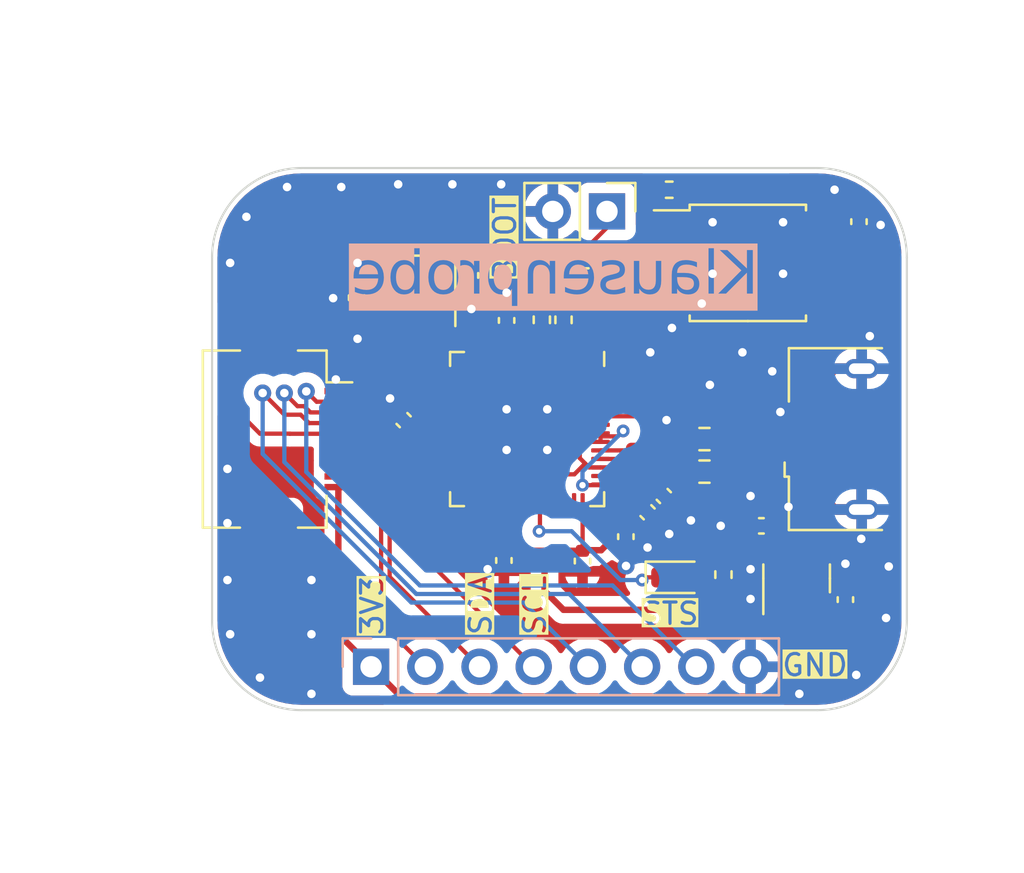
<source format=kicad_pcb>
(kicad_pcb (version 20221018) (generator pcbnew)
  (layers (0 "F.Cu" signal) (31 "B.Cu" signal) (34 "B.Paste" user) (35 "F.Paste" user) (36 "B.SilkS" user "B.Silkscreen") (37 "F.SilkS" user "F.Silkscreen") (38 "B.Mask" user) (39 "F.Mask" user) (44 "Edge.Cuts" user))
  (net 0 "")
  (net 1 "Net-(J1-Pin_2)")
  (net 2 "Net-(J1-Pin_3)")
  (net 3 "Net-(J1-Pin_4)")
  (net 4 "Net-(J1-Pin_7)")
  (net 5 "Net-(J1-Pin_8)")
  (net 6 "Net-(J1-Pin_9)")
  (net 9 "GND")
  (net 10 "Net-(J5-VBUS)")
  (net 11 "+3.3V")
  (net 12 "/SWDIO")
  (net 13 "/SWCLK")
  (net 28 "Net-(U2-XIN)")
  (net 29 "Net-(U2-XOUT)")
  (net 40 "/STS")
  (net 45 "Net-(U2-QSPI_SD3)")
  (net 46 "/QCLK")
  (net 47 "Net-(U2-QSPI_SD0)")
  (net 48 "Net-(U2-QSPI_SD2)")
  (net 49 "Net-(U2-QSPI_SD1)")
  (net 50 "Net-(U2-QSPI_SS)")
  (net 51 "/USB-")
  (net 52 "/USB+")
  (net 55 "+1V1")
  (net 56 "Net-(J2-Pin_1)")
  (net 57 "/USB_N")
  (net 58 "/USB_P")
  (net 59 "Net-(U2-GPIO2)")
  (net 60 "Net-(U2-GPIO3)")
  (net 63 "Net-(D1-A)")
  (footprint "Resistor_SMD:R_0402_1005Metric" (layer "F.Cu") (at 147.828 97.028 180)
    (fp_text reference "R3" hide)
    (fp_text value "1k")
  )
  (footprint "Connector_PinHeader_2.54mm:PinHeader_1x02_P2.54mm_Vertical" (layer "F.Cu") (at 148.849 94.742 -90)
    (fp_text reference "J2" hide)
    (fp_text value "USB_BOOT")
  )
  (footprint "LED_SMD:LED_0603_1608Metric" (layer "F.Cu") (at 152.146 111.887)
    (fp_text reference "D1" hide)
    (fp_text value "LED_Small")
  )
  (footprint "Capacitor_SMD:C_0402_1005Metric" (layer "F.Cu") (at 156.083 109.474)
    (fp_text reference "C1" hide)
    (fp_text value "1uF")
  )
  (footprint "Resistor_SMD:R_0402_1005Metric" (layer "F.Cu") (at 146.812 99.822 90)
    (fp_text reference "R5" hide)
    (fp_text value "100")
  )
  (footprint "Resistor_SMD:R_0603_1608Metric" (layer "F.Cu") (at 153.416 105.41 180)
    (fp_text reference "R1" hide)
    (fp_text value "27")
  )
  (footprint "Package_DFN_QFN:QFN-56-1EP_7x7mm_P0.4mm_EP3.2x3.2mm" (layer "F.Cu") (at 145.107 104.94 -90)
    (fp_text reference "U2" hide)
    (fp_text value "RP2040")
  )
  (footprint "Capacitor_SMD:C_0402_1005Metric" (layer "F.Cu") (at 160.02 112.931 -90)
    (fp_text reference "C2" hide)
    (fp_text value "1uF")
  )
  (footprint "Crystal:Crystal_SMD_3225-4Pin_3.2x2.5mm" (layer "F.Cu") (at 139.743 98.464 180)
    (fp_text reference "Y1" hide)
    (fp_text value "12MHz")
  )
  (footprint "Capacitor_SMD:C_0402_1005Metric" (layer "F.Cu") (at 142.453 97.741 90)
    (fp_text reference "C4" hide)
    (fp_text value "30p")
  )
  (footprint "Resistor_SMD:R_0603_1608Metric" (layer "F.Cu") (at 153.416 106.934 180)
    (fp_text reference "R2" hide)
    (fp_text value "27")
  )
  (footprint "Resistor_SMD:R_0402_1005Metric" (layer "F.Cu") (at 145.796 99.820001 -90)
    (fp_text reference "R6" hide)
    (fp_text value "100")
  )
  (footprint "Capacitor_SMD:C_0402_1005Metric" (layer "F.Cu") (at 144.018 111.097 90)
    (fp_text reference "C6" hide)
    (fp_text value "100n")
  )
  (footprint "Capacitor_SMD:C_0402_1005Metric" (layer "F.Cu") (at 147.701 111.125 90)
    (fp_text reference "C7" hide)
    (fp_text value "100n")
  )
  (footprint "Package_TO_SOT_SMD:SOT-23" (layer "F.Cu") (at 157.734 111.935501 90)
    (fp_text reference "U1" hide)
    (fp_text value "XC6206P332MR")
  )
  (footprint "Capacitor_SMD:C_0402_1005Metric" (layer "F.Cu") (at 144.145 99.85 -90)
    (fp_text reference "C12" hide)
    (fp_text value "100n")
  )
  (footprint "Connector_USB:USB_Micro-B_Amphenol_10118193-0001LF_Horizontal" (layer "F.Cu") (at 160.782 105.41 90)
    (fp_text reference "J5" hide)
    (fp_text value "USB_B_Micro")
  )
  (footprint "Capacitor_SMD:C_0402_1005Metric" (layer "F.Cu") (at 150.749 108.839 135)
    (fp_text reference "C11" hide)
    (fp_text value "1u")
  )
  (footprint "Connector_FFC-FPC:Hirose_FH12-10S-0.5SH_1x10-1MP_P0.50mm_Horizontal" (layer "F.Cu") (at 134.411 105.41 -90)
    (fp_text reference "J1" hide)
    (fp_text value "v1 connector")
  )
  (footprint "Capacitor_SMD:C_0402_1005Metric" (layer "F.Cu") (at 160.655 95.222 -90)
    (fp_text reference "C3" hide)
    (fp_text value "100n")
  )
  (footprint "Package_SO:SOIC-8_5.23x5.23mm_P1.27mm" (layer "F.Cu") (at 155.448 97.155)
    (fp_text reference "U3" hide)
    (fp_text value "W25Q128JVS")
  )
  (footprint "Capacitor_SMD:C_0402_1005Metric" (layer "F.Cu") (at 151.511 108.077 135)
    (fp_text reference "C10" hide)
    (fp_text value "1u")
  )
  (footprint "Capacitor_SMD:C_0402_1005Metric" (layer "F.Cu") (at 139.319 104.521 -45)
    (fp_text reference "C9" hide)
    (fp_text value "100n")
  )
  (footprint "Capacitor_SMD:C_0402_1005Metric" (layer "F.Cu") (at 149.733 109.982 90)
    (fp_text reference "C8" hide)
    (fp_text value "100n")
  )
  (footprint "Capacitor_SMD:C_0402_1005Metric" (layer "F.Cu") (at 137.119 98.785 -90)
    (fp_text reference "C5" hide)
    (fp_text value "30p")
  )
  (footprint "Resistor_SMD:R_0402_1005Metric" (layer "F.Cu") (at 154.305 111.76 90)
    (fp_text reference "R7" hide)
    (fp_text value "1k")
  )
  (footprint "Resistor_SMD:R_0402_1005Metric" (layer "F.Cu") (at 151.765 93.726 180)
    (fp_text reference "R4" hide)
    (fp_text value "10k")
  )
  (footprint "Connector_PinHeader_2.54mm:PinHeader_1x08_P2.54mm_Vertical" (layer "B.Cu") (at 137.795 116.078 -90)
    (fp_text reference "J3" hide)
    (fp_text value "Conn_01x08")
  )
  (gr_arc (start 162.898515 113.919) (mid 161.671 116.882485) (end 158.707515 118.11) (stroke (width 0.1)) (layer "Edge.Cuts"))
  (gr_line (start 130.344485 113.919) (end 130.344485 96.901) (stroke (width 0.1)) (layer "Edge.Cuts"))
  (gr_arc (start 130.344485 96.901) (mid 131.572 93.937515) (end 134.535485 92.71) (stroke (width 0.1)) (layer "Edge.Cuts"))
  (gr_line (start 158.707515 118.11) (end 134.535485 118.11) (stroke (width 0.1)) (layer "Edge.Cuts"))
  (gr_arc (start 134.535485 118.11) (mid 131.572 116.882485) (end 130.344485 113.919) (stroke (width 0.1)) (layer "Edge.Cuts"))
  (gr_line (start 162.898515 96.901) (end 162.898515 113.919) (stroke (width 0.1)) (layer "Edge.Cuts"))
  (gr_line (start 134.535485 92.71) (end 158.707515 92.71) (stroke (width 0.1)) (layer "Edge.Cuts"))
  (gr_arc (start 158.707515 92.71) (mid 161.671 93.937515) (end 162.898515 96.901) (stroke (width 0.1)) (layer "Edge.Cuts"))
  (gr_text "Klausenprobe" (at 155.956 98.933) (layer "B.SilkS" knockout) (effects (font (size 2 2) (thickness 0.3)) (justify left bottom mirror)))
  (gr_text "SDA" (at 143.51 114.681 90) (layer "F.SilkS" knockout) (effects (font (size 1 1)) (justify left bottom)))
  (gr_text "3V3" (at 138.43 114.681 90) (layer "F.SilkS" knockout) (effects (font (size 1 1)) (justify left bottom)))
  (gr_text "BOOT" (at 144.653 98.044 90) (layer "F.SilkS" knockout) (effects (font (size 1 1)) (justify left bottom)))
  (gr_text "STS" (at 150.368 114.173) (layer "F.SilkS" knockout) (effects (font (size 1 1)) (justify left bottom)))
  (gr_text "GND" (at 156.972 116.586) (layer "F.SilkS" knockout) (effects (font (size 1 1)) (justify left bottom)))
  (gr_text "SCL" (at 146.05 114.681 90) (layer "F.SilkS" knockout) (effects (font (size 1 1)) (justify left bottom)))
  (segment (start 135.24394 103.66) (end 134.758024 103.174084) (width 0.2) (layer "F.Cu") (net 1))
  (segment (start 136.261 103.66) (end 135.24394 103.66) (width 0.2) (layer "F.Cu") (net 1))
  (via (at 134.758024 103.174084) (size 0.8) (drill 0.4) (layers "F.Cu" "B.Cu") (net 1))
  (segment (start 134.758024 106.945024) (end 140.081 112.268) (width 0.2) (layer "B.Cu") (net 1))
  (segment (start 152.917631 116.078) (end 153.035 116.078) (width 0.2) (layer "B.Cu") (net 1))
  (segment (start 140.081 112.268) (end 149.107631 112.268) (width 0.2) (layer "B.Cu") (net 1))
  (segment (start 134.758024 103.174084) (end 134.758024 106.945024) (width 0.2) (layer "B.Cu") (net 1))
  (segment (start 149.107631 112.268) (end 152.917631 116.078) (width 0.2) (layer "B.Cu") (net 1))
  (segment (start 134.951686 104.16) (end 134.658685 103.867) (width 0.2) (layer "F.Cu") (net 2))
  (segment (start 134.658685 103.867) (end 134.347 103.867) (width 0.2) (layer "F.Cu") (net 2))
  (segment (start 136.261 104.16) (end 134.951686 104.16) (width 0.2) (layer "F.Cu") (net 2))
  (segment (start 134.347 103.867) (end 133.731 103.251) (width 0.2) (layer "F.Cu") (net 2))
  (via (at 133.731 103.251) (size 0.8) (drill 0.4) (layers "F.Cu" "B.Cu") (net 2))
  (segment (start 139.915315 112.668) (end 147.085 112.668) (width 0.2) (layer "B.Cu") (net 2))
  (segment (start 133.731 106.483685) (end 139.915315 112.668) (width 0.2) (layer "B.Cu") (net 2))
  (segment (start 147.085 112.668) (end 150.495 116.078) (width 0.2) (layer "B.Cu") (net 2))
  (segment (start 133.731 103.251) (end 133.731 106.483685) (width 0.2) (layer "B.Cu") (net 2))
  (segment (start 133.731 104.267) (end 132.715 103.251) (width 0.2) (layer "F.Cu") (net 3))
  (segment (start 134.493 104.267) (end 133.731 104.267) (width 0.2) (layer "F.Cu") (net 3))
  (segment (start 136.261 104.66) (end 134.886 104.66) (width 0.2) (layer "F.Cu") (net 3))
  (segment (start 134.886 104.66) (end 134.493 104.267) (width 0.2) (layer "F.Cu") (net 3))
  (via (at 132.715 103.251) (size 0.8) (drill 0.4) (layers "F.Cu" "B.Cu") (net 3))
  (segment (start 132.715 106.102685) (end 139.680315 113.068) (width 0.2) (layer "B.Cu") (net 3))
  (segment (start 144.945 113.068) (end 147.955 116.078) (width 0.2) (layer "B.Cu") (net 3))
  (segment (start 139.680315 113.068) (end 144.945 113.068) (width 0.2) (layer "B.Cu") (net 3))
  (segment (start 132.715 103.251) (end 132.715 106.102685) (width 0.2) (layer "B.Cu") (net 3))
  (segment (start 137.292371 106.16) (end 139.065 107.932629) (width 0.2) (layer "F.Cu") (net 4))
  (segment (start 136.261 106.16) (end 137.292371 106.16) (width 0.2) (layer "F.Cu") (net 4))
  (segment (start 139.065 109.728) (end 145.415 116.078) (width 0.2) (layer "F.Cu") (net 4))
  (segment (start 139.065 107.932629) (end 139.065 109.728) (width 0.2) (layer "F.Cu") (net 4))
  (segment (start 136.261 106.66) (end 137.226685 106.66) (width 0.2) (layer "F.Cu") (net 5))
  (segment (start 138.665 111.868) (end 142.875 116.078) (width 0.2) (layer "F.Cu") (net 5))
  (segment (start 138.665 108.098315) (end 138.665 111.868) (width 0.2) (layer "F.Cu") (net 5))
  (segment (start 137.226685 106.66) (end 138.665 108.098315) (width 0.2) (layer "F.Cu") (net 5))
  (segment (start 138.265 108.264) (end 138.265 114.008) (width 0.2) (layer "F.Cu") (net 6))
  (segment (start 138.265 114.008) (end 140.335 116.078) (width 0.2) (layer "F.Cu") (net 6))
  (segment (start 137.161 107.16) (end 138.265 108.264) (width 0.2) (layer "F.Cu") (net 6))
  (segment (start 136.261 107.16) (end 137.161 107.16) (width 0.2) (layer "F.Cu") (net 6))
  (segment (start 144.145 99.37) (end 144.145 98.552) (width 0.2) (layer "F.Cu") (net 9))
  (segment (start 158.307 108.585) (end 158.332 108.61) (width 0.3) (layer "F.Cu") (net 9))
  (segment (start 143.327 111.577) (end 143.256 111.506) (width 0.3) (layer "F.Cu") (net 9))
  (segment (start 136.261 103.16) (end 136.261 102.733) (width 0.3) (layer "F.Cu") (net 9))
  (segment (start 157.353 108.585) (end 158.307 108.585) (width 0.3) (layer "F.Cu") (net 9))
  (segment (start 160.682 104.11) (end 160.782 104.21) (width 0.3) (layer "F.Cu") (net 9))
  (segment (start 160.02 112.451) (end 160.02 111.252) (width 0.3) (layer "F.Cu") (net 9))
  (segment (start 144.018 111.577) (end 143.327 111.577) (width 0.3) (layer "F.Cu") (net 9))
  (segment (start 138.979589 104.181589) (end 138.979589 103.800589) (width 0.2) (layer "F.Cu") (net 9))
  (segment (start 158.107 104.11) (end 157.002 104.11) (width 0.3) (layer "F.Cu") (net 9))
  (segment (start 136.261 102.733) (end 136.144 102.616) (width 0.3) (layer "F.Cu") (net 9))
  (segment (start 138.979589 103.800589) (end 138.684 103.505) (width 0.2) (layer "F.Cu") (net 9))
  (segment (start 158.107 104.11) (end 160.682 104.11) (width 0.3) (layer "F.Cu") (net 9))
  (segment (start 156.972 104.14) (end 157.002 104.11) (width 0.3) (layer "F.Cu") (net 9))
  (via (at 154.178 109.474) (size 0.8) (drill 0.4) (layers "F.Cu" "B.Cu") (net 9))
  (via (at 161.671 95.377) (size 0.8) (drill 0.4) (layers "F.Cu" "B.Cu") (net 9))
  (via (at 157.353 108.585) (size 0.8) (drill 0.4) (layers "F.Cu" "B.Cu") (net 9))
  (via (at 131.064 112.014) (size 0.8) (drill 0.4) (layers "F.Cu" "B.Cu") (net 9))
  (via (at 135.001 112.014) (size 0.8) (drill 0.4) (layers "F.Cu" "B.Cu") (net 9))
  (via (at 160.02 111.252) (size 0.8) (drill 0.4) (layers "F.Cu" "B.Cu") (net 9))
  (via (at 131.953 94.996) (size 0.8) (drill 0.4) (layers "F.Cu" "B.Cu") (net 9))
  (via (at 157.861 117.348) (size 0.8) (drill 0.4) (layers "F.Cu" "B.Cu") (net 9))
  (via (at 137.16 100.711) (size 0.8) (drill 0.4) (layers "F.Cu" "B.Cu") (net 9))
  (via (at 149.740644 111.35301) (size 0.8) (drill 0.4) (layers "F.Cu" "B.Cu") (net 9))
  (via (at 162.052 111.379) (size 0.8) (drill 0.4) (layers "F.Cu" "B.Cu") (net 9))
  (via (at 157.099 95.25) (size 0.8) (drill 0.4) (layers "F.Cu" "B.Cu") (net 9))
  (via (at 143.891 93.472) (size 0.8) (drill 0.4) (layers "F.Cu" "B.Cu") (net 9))
  (via (at 142.494 99.314) (size 0.8) (drill 0.4) (layers "F.Cu" "B.Cu") (net 9))
  (via (at 153.797 95.25) (size 0.8) (drill 0.4) (layers "F.Cu" "B.Cu") (net 9))
  (via (at 131.191 97.155) (size 0.8) (drill 0.4) (layers "F.Cu" "B.Cu") (net 9))
  (via (at 155.575 108.077) (size 0.8) (drill 0.4) (layers "F.Cu" "B.Cu") (net 9))
  (via (at 144.145 104.013) (size 0.8) (drill 0.4) (layers "F.Cu" "B.Cu") (net 9))
  (via (at 144.145 98.552) (size 0.8) (drill 0.4) (layers "F.Cu" "B.Cu") (net 9))
  (via (at 143.256 111.506) (size 0.8) (drill 0.4) (layers "F.Cu" "B.Cu") (net 9))
  (via (at 153.67 102.87) (size 0.8) (drill 0.4) (layers "F.Cu" "B.Cu") (net 9))
  (via (at 155.575 111.506) (size 0.8) (drill 0.4) (layers "F.Cu" "B.Cu") (net 9))
  (via (at 144.145 105.918) (size 0.8) (drill 0.4) (layers "F.Cu" "B.Cu") (net 9))
  (via (at 139.065 93.472) (size 0.8) (drill 0.4) (layers "F.Cu" "B.Cu") (net 9))
  (via (at 135.001 114.554) (size 0.8) (drill 0.4) (layers "F.Cu" "B.Cu") (net 9))
  (via (at 136.144 102.616) (size 0.8) (drill 0.4) (layers "F.Cu" "B.Cu") (net 9))
  (via (at 136.017 98.806) (size 0.8) (drill 0.4) (layers "F.Cu" "B.Cu") (net 9))
  (via (at 161.925 113.792) (size 0.8) (drill 0.4) (layers "F.Cu" "B.Cu") (net 9))
  (via (at 152.781 109.22) (size 0.8) (drill 0.4) (layers "F.Cu" "B.Cu") (net 9))
  (via (at 156.591 102.235) (size 0.8) (drill 0.4) (layers "F.Cu" "B.Cu") (net 9))
  (via (at 157.099 97.663) (size 0.8) (drill 0.4) (layers "F.Cu" "B.Cu") (net 9))
  (via (at 135.001 117.348) (size 0.8) (drill 0.4) (layers "F.Cu" "B.Cu") (net 9))
  (via (at 153.797 97.663) (size 0.8) (drill 0.4) (layers "F.Cu" "B.Cu") (net 9))
  (via (at 131.191 114.554) (size 0.8) (drill 0.4) (layers "F.Cu" "B.Cu") (net 9))
  (via (at 160.528 116.459) (size 0.8) (drill 0.4) (layers "F.Cu" "B.Cu") (net 9))
  (via (at 150.749 110.49) (size 0.8) (drill 0.4) (layers "F.Cu" "B.Cu") (net 9))
  (via (at 155.194 101.346) (size 0.8) (drill 0.4) (layers "F.Cu" "B.Cu") (net 9))
  (via (at 160.761908 110.08443) (size 0.8) (drill 0.4) (layers "F.Cu" "B.Cu") (net 9))
  (via (at 153.289 99.06) (size 0.8) (drill 0.4) (layers "F.Cu" "B.Cu") (net 9))
  (via (at 155.575 112.903) (size 0.8) (drill 0.4) (layers "F.Cu" "B.Cu") (net 9))
  (via (at 146.05 105.918) (size 0.8) (drill 0.4) (layers "F.Cu" "B.Cu") (net 9))
  (via (at 138.684 103.505) (size 0.8) (drill 0.4) (layers "F.Cu" "B.Cu") (net 9))
  (via (at 151.638 104.521) (size 0.8) (drill 0.4) (layers "F.Cu" "B.Cu") (net 9))
  (via (at 132.588 116.586) (size 0.8) (drill 0.4) (layers "F.Cu" "B.Cu") (net 9))
  (via (at 141.605 93.472) (size 0.8) (drill 0.4) (layers "F.Cu" "B.Cu") (net 9))
  (via (at 137.16 97.155) (size 0.8) (drill 0.4) (layers "F.Cu" "B.Cu") (net 9))
  (via (at 159.512 93.726) (size 0.8) (drill 0.4) (layers "F.Cu" "B.Cu") (net 9))
  (via (at 131.064 109.347) (size 0.8) (drill 0.4) (layers "F.Cu" "B.Cu") (net 9))
  (via (at 131.064 106.807) (size 0.8) (drill 0.4) (layers "F.Cu" "B.Cu") (net 9))
  (via (at 151.765 109.855) (size 0.8) (drill 0.4) (layers "F.Cu" "B.Cu") (net 9))
  (via (at 151.892 100.203) (size 0.8) (drill 0.4) (layers "F.Cu" "B.Cu") (net 9))
  (via (at 156.972 104.14) (size 0.8) (drill 0.4) (layers "F.Cu" "B.Cu") (net 9))
  (via (at 146.05 104.013) (size 0.8) (drill 0.4) (layers "F.Cu" "B.Cu") (net 9))
  (via (at 161.163 100.584) (size 0.8) (drill 0.4) (layers "F.Cu" "B.Cu") (net 9))
  (via (at 133.858 93.599) (size 0.8) (drill 0.4) (layers "F.Cu" "B.Cu") (net 9))
  (via (at 150.876 101.346) (size 0.8) (drill 0.4) (layers "F.Cu" "B.Cu") (net 9))
  (via (at 136.398 93.599) (size 0.8) (drill 0.4) (layers "F.Cu" "B.Cu") (net 9))
  (segment (start 156.563 110.589) (end 156.563 109.474) (width 0.6) (layer "F.Cu") (net 10))
  (segment (start 156.972001 110.998001) (end 156.563 110.589) (width 0.6) (layer "F.Cu") (net 10))
  (segment (start 156.563 109.474) (end 156.591 109.446) (width 0.3) (layer "F.Cu") (net 10))
  (segment (start 156.897339 106.71) (end 158.107 106.71) (width 0.3) (layer "F.Cu") (net 10))
  (segment (start 156.591 107.016339) (end 156.897339 106.71) (width 0.3) (layer "F.Cu") (net 10))
  (segment (start 157.734 110.998001) (end 156.972001 110.998001) (width 0.6) (layer "F.Cu") (net 10))
  (segment (start 156.591 109.446) (end 156.591 107.016339) (width 0.3) (layer "F.Cu") (net 10))
  (segment (start 155.448 114.173) (end 157.607 114.173) (width 0.3) (layer "F.Cu") (net 11))
  (segment (start 150.409589 108.499589) (end 150.409589 108.825411) (width 0.3) (layer "F.Cu") (net 11))
  (segment (start 144.018 110.617) (end 144.107 110.528) (width 0.2) (layer "F.Cu") (net 11))
  (segment (start 148.5445 105.283) (end 149.352 105.283) (width 0.2) (layer "F.Cu") (net 11))
  (segment (start 147.32 102.616) (end 147.707 102.229) (width 0.2) (layer "F.Cu") (net 11))
  (segment (start 147.729 110.617) (end 148.575035 110.617) (width 0.3) (layer "F.Cu") (net 11))
  (segment (start 142.621 104.720975) (end 142.621 103.124) (width 0.2) (layer "F.Cu") (net 11))
  (segment (start 142.621 103.124) (end 143.129 102.616) (width 0.2) (layer "F.Cu") (net 11))
  (segment (start 154.686 113.411) (end 155.448 114.173) (width 0.3) (layer "F.Cu") (net 11))
  (segment (start 158.877 113.411) (end 158.75 113.538) (width 0.6) (layer "F.Cu") (net 11))
  (segment (start 148.5155 107.569) (end 148.5445 107.54) (width 0.2) (layer "F.Cu") (net 11))
  (segment (start 147.707 110.639) (end 147.707 108.3775) (width 0.2) (layer "F.Cu") (net 11))
  (segment (start 149.733 108.7285) (end 149.733 109.502) (width 0.2) (layer "F.Cu") (net 11))
  (segment (start 160.062965 113.411) (end 161.175 112.298965) (width 0.3) (layer "F.Cu") (net 11))
  (segment (start 145.923 110.645) (end 145.923 112.522) (width 0.3) (layer "F.Cu") (net 11))
  (segment (start 159.048 95.25) (end 159.766 95.25) (width 0.3) (layer "F.Cu") (net 11))
  (segment (start 144.107 110.528) (end 144.107 108.3775) (width 0.2) (layer "F.Cu") (net 11))
  (segment (start 160.02 113.411) (end 160.062965 113.411) (width 0.3) (layer "F.Cu") (net 11))
  (segment (start 160.02 113.411) (end 158.877 113.411) (width 0.6) (layer "F.Cu") (net 11))
  (segment (start 159.048 95.25) (end 158.496 95.25) (width 0.3) (layer "F.Cu") (net 11))
  (segment (start 142.201975 105.14) (end 142.621 104.720975) (width 0.2) (layer "F.Cu") (net 11))
  (segment (start 137.795 116.078) (end 139.192 117.475) (width 0.3) (layer "F.Cu") (net 11))
  (segment (start 160.655 95.929661) (end 160.655 95.702) (width 0.3) (layer "F.Cu") (net 11))
  (segment (start 144.018 110.617) (end 144.060965 110.617) (width 0.3) (layer "F.Cu") (net 11))
  (segment (start 148.5445 107.14) (end 149.05 107.14) (width 0.2) (layer "F.Cu") (net 11))
  (segment (start 144.018 110.617) (end 141.986 110.617) (width 0.3) (layer "F.Cu") (net 11))
  (segment (start 158.115 114.173) (end 158.75 113.538) (width 0.3) (layer "F.Cu") (net 11))
  (segment (start 158.496 95.25) (end 156.972 93.726) (width 0.3) (layer "F.Cu") (net 11))
  (segment (start 162.287 109.62) (end 162.287 97.561661) (width 0.3) (layer "F.Cu") (net 11))
  (segment (start 147.701 110.645) (end 147.729 110.617) (width 0.3) (layer "F.Cu") (net 11))
  (segment (start 145.923 112.522) (end 146.812 113.411) (width 0.3) (layer "F.Cu") (net 11))
  (segment (start 139.658411 108.289411) (end 139.658411 104.860411) (width 0.3) (layer "F.Cu") (net 11))
  (segment (start 157.607 116.205) (end 157.607 114.173) (width 0.3) (layer "F.Cu") (net 11))
  (segment (start 161.175 110.732) (end 162.287 109.62) (width 0.3) (layer "F.Cu") (net 11))
  (segment (start 147.701 110.645) (end 147.707 110.639) (width 0.2) (layer "F.Cu") (net 11))
  (segment (start 144.107 100.368) (end 144.107 101.5025) (width 0.2) (layer "F.Cu") (net 11))
  (segment (start 149.352 105.283) (end 149.606 105.029) (width 0.2) (layer "F.Cu") (net 11))
  (segment (start 157.607 114.173) (end 158.115 114.173) (width 0.3) (layer "F.Cu") (net 11))
  (segment (start 141.986 110.617) (end 139.658411 108.289411) (width 0.3) (layer "F.Cu") (net 11))
  (segment (start 149.05 107.14) (end 150.409589 108.499589) (width 0.2) (layer "F.Cu") (net 11))
  (segment (start 143.129 102.616) (end 143.891 102.616) (width 0.2) (layer "F.Cu") (net 11))
  (segment (start 143.891 102.616) (end 144.145 102.616) (width 0.2) (layer "F.Cu") (net 11))
  (segment (start 139.658411 104.860411) (end 139.938 105.14) (width 0.2) (layer "F.Cu") (net 11))
  (segment (start 144.145 102.616) (end 144.107 102.578) (width 0.2) (layer "F.Cu") (net 11))
  (segment (start 144.107 102.578) (end 144.107 101.5025) (width 0.2) (layer "F.Cu") (net 11))
  (segment (start 147.701 107.569) (end 148.5155 107.569) (width 0.2) (layer "F.Cu") (net 11))
  (segment (start 149.690035 109.502) (end 149.733 109.502) (width 0.3) (layer "F.Cu") (net 11))
  (segment (start 148.5445 107.54) (end 149.733 108.7285) (width 0.2) (layer "F.Cu") (net 11))
  (segment (start 139.938 105.14) (end 141.6695 105.14) (width 0.2) (layer "F.Cu") (net 11))
  (segment (start 148.575035 110.617) (end 149.690035 109.502) (width 0.3) (layer "F.Cu") (net 11))
  (segment (start 154.305 112.27) (end 154.305 113.411) (width 0.2) (layer "F.Cu") (net 11))
  (segment (start 159.766 95.25) (end 160.218 95.702) (width 0.3) (layer "F.Cu") (net 11))
  (segment (start 136.261 107.66) (end 136.261 114.544) (width 0.3) (layer "F.Cu") (net 11))
  (segment (start 144.088965 110.645) (end 145.923 110.645) (width 0.3) (layer "F.Cu") (net 11))
  (segment (start 150.409589 108.825411) (end 149.733 109.502) (width 0.3) (layer "F.Cu") (net 11))
  (segment (start 162.287 97.561661) (end 160.655 95.929661) (width 0.3) (layer "F.Cu") (net 11))
  (segment (start 146.812 113.411) (end 154.305 113.411) (width 0.3) (layer "F.Cu") (net 11))
  (segment (start 144.060965 110.617) (end 144.088965 110.645) (width 0.3) (layer "F.Cu") (net 11))
  (segment (start 139.192 117.475) (end 156.337 117.475) (width 0.3) (layer "F.Cu") (net 11))
  (segment (start 141.6695 105.14) (end 142.201975 105.14) (width 0.2) (layer "F.Cu") (net 11))
  (segment (start 161.175 112.298965) (end 161.175 110.732) (width 0.3) (layer "F.Cu") (net 11))
  (segment (start 147.707 102.229) (end 147.707 101.5025) (width 0.2) (layer "F.Cu") (net 11))
  (segment (start 143.891 102.616) (end 147.32 102.616) (width 0.2) (layer "F.Cu") (net 11))
  (segment (start 156.337 117.475) (end 157.607 116.205) (width 0.3) (layer "F.Cu") (net 11))
  (segment (start 145.923 110.645) (end 147.701 110.645) (width 0.3) (layer "F.Cu") (net 11))
  (segment (start 148.5445 105.14) (end 148.5445 105.283) (width 0.2) (layer "F.Cu") (net 11))
  (segment (start 148.5445 105.283) (end 148.5445 105.54) (width 0.2) (layer "F.Cu") (net 11))
  (segment (start 154.305 113.411) (end 154.686 113.411) (width 0.3) (layer "F.Cu") (net 11))
  (segment (start 156.972 93.726) (end 152.275 93.726) (width 0.3) (layer "F.Cu") (net 11))
  (segment (start 144.145 100.33) (end 144.107 100.368) (width 0.2) (layer "F.Cu") (net 11))
  (segment (start 160.218 95.702) (end 160.655 95.702) (width 0.3) (layer "F.Cu") (net 11))
  (segment (start 136.261 114.544) (end 137.795 116.078) (width 0.3) (layer "F.Cu") (net 11))
  (via (at 147.701 107.569) (size 0.6) (drill 0.3) (layers "F.Cu" "B.Cu") (net 11))
  (via (at 149.606 105.029) (size 0.6) (drill 0.3) (layers "F.Cu" "B.Cu") (net 11))
  (segment (start 147.701 106.934) (end 147.701 107.569) (width 0.2) (layer "B.Cu") (net 11))
  (segment (start 149.606 105.029) (end 147.701 106.934) (width 0.2) (layer "B.Cu") (net 11))
  (segment (start 136.227735 95.928263) (end 136.369156 96.069684) (width 0.2) (layer "F.Cu") (net 12))
  (segment (start 137.161 105.66) (end 136.261 105.66) (width 0.2) (layer "F.Cu") (net 12))
  (segment (start 135.80347 96.918212) (end 135.80347 96.918213) (width 0.2) (layer "F.Cu") (net 12))
  (segment (start 135.147 97.574686) (end 135.147 98.044) (width 0.2) (layer "F.Cu") (net 12))
  (segment (start 137.795 103.124) (end 137.795 105.026) (width 0.2) (layer "F.Cu") (net 12))
  (segment (start 134.947 99.044) (end 134.505749 99.044) (width 0.2) (layer "F.Cu") (net 12))
  (segment (start 134.947 98.244) (end 134.505741 98.244) (width 0.2) (layer "F.Cu") (net 12))
  (segment (start 135.147 99.644) (end 135.147 99.858668) (width 0.2) (layer "F.Cu") (net 12))
  (segment (start 145.796 97.409) (end 143.637 95.25) (width 0.2) (layer "F.Cu") (net 12))
  (segment (start 135.096363 96.776794) (end 135.096363 96.776793) (width 0.2) (layer "F.Cu") (net 12))
  (segment (start 136.651999 95.786843) (end 136.652 95.786843) (width 0.2) (layer "F.Cu") (net 12))
  (segment (start 135.147 99.858668) (end 135.147 100.476) (width 0.2) (layer "F.Cu") (net 12))
  (segment (start 137.471686 95.25) (end 136.934843 95.786843) (width 0.2) (layer "F.Cu") (net 12))
  (segment (start 135.096363 97.059635) (end 135.237784 97.201056) (width 0.2) (layer "F.Cu") (net 12))
  (segment (start 136.086314 96.352529) (end 135.944892 96.211107) (width 0.2) (layer "F.Cu") (net 12))
  (segment (start 135.80347 96.918213) (end 135.803471 96.918215) (width 0.2) (layer "F.Cu") (net 12))
  (segment (start 135.662049 96.493949) (end 135.80347 96.63537) (width 0.2) (layer "F.Cu") (net 12))
  (segment (start 135.237784 97.483899) (end 135.147 97.574686) (width 0.2) (layer "F.Cu") (net 12))
  (segment (start 143.637 95.25) (end 137.471686 95.25) (width 0.2) (layer "F.Cu") (net 12))
  (segment (start 135.237784 97.483898) (end 135.237784 97.483899) (width 0.2) (layer "F.Cu") (net 12))
  (segment (start 135.520628 96.918215) (end 135.379206 96.776793) (width 0.2) (layer "F.Cu") (net 12))
  (segment (start 135.520627 96.918215) (end 135.520628 96.918215) (width 0.2) (layer "F.Cu") (net 12))
  (segment (start 134.505749 99.444) (end 134.947 99.444) (width 0.2) (layer "F.Cu") (net 12))
  (segment (start 136.369156 96.352526) (end 136.369156 96.352527) (width 0.2) (layer "F.Cu") (net 12))
  (segment (start 145.796 99.310001) (end 145.796 97.409) (width 0.2) (layer "F.Cu") (net 12))
  (segment (start 136.227735 95.645422) (end 136.227735 95.645421) (width 0.2) (layer "F.Cu") (net 12))
  (segment (start 135.147 100.476) (end 137.795 103.124) (width 0.2) (layer "F.Cu") (net 12))
  (segment (start 135.662049 96.211108) (end 135.662049 96.211107) (width 0.2) (layer "F.Cu") (net 12))
  (segment (start 137.795 105.026) (end 137.161 105.66) (width 0.2) (layer "F.Cu") (net 12))
  (segment (start 136.652 95.786843) (end 136.510578 95.645421) (width 0.2) (layer "F.Cu") (net 12))
  (segment (start 134.505741 98.644) (end 134.947 98.644) (width 0.2) (layer "F.Cu") (net 12))
  (segment (start 136.369156 96.352527) (end 136.369157 96.352529) (width 0.2) (layer "F.Cu") (net 12))
  (segment (start 136.086313 96.352529) (end 136.086314 96.352529) (width 0.2) (layer "F.Cu") (net 12))
  (arc (start 134.505749 99.044) (mid 134.364328 99.102579) (end 134.305749 99.244) (width 0.2) (layer "F.Cu") (net 12))
  (arc (start 135.944892 96.211107) (mid 135.80347 96.152529) (end 135.662049 96.211108) (width 0.2) (layer "F.Cu") (net 12))
  (arc (start 135.80347 96.63537) (mid 135.862048 96.776791) (end 135.80347 96.918212) (width 0.2) (layer "F.Cu") (net 12))
  (arc (start 136.934843 95.786843) (mid 136.793421 95.845422) (end 136.651999 95.786843) (width 0.2) (layer "F.Cu") (net 12))
  (arc (start 134.947 98.644) (mid 135.088421 98.702579) (end 135.147 98.844) (width 0.2) (layer "F.Cu") (net 12))
  (arc (start 136.510578 95.645421) (mid 136.369156 95.586843) (end 136.227735 95.645422) (width 0.2) (layer "F.Cu") (net 12))
  (arc (start 134.947 99.444) (mid 135.088421 99.502579) (end 135.147 99.644) (width 0.2) (layer "F.Cu") (net 12))
  (arc (start 135.662049 96.211107) (mid 135.603471 96.352528) (end 135.662049 96.493949) (width 0.2) (layer "F.Cu") (net 12))
  (arc (start 136.369157 96.352529) (mid 136.227735 96.411108) (end 136.086313 96.352529) (width 0.2) (layer "F.Cu") (net 12))
  (arc (start 136.227735 95.645421) (mid 136.169157 95.786842) (end 136.227735 95.928263) (width 0.2) (layer "F.Cu") (net 12))
  (arc (start 135.237784 97.201056) (mid 135.296362 97.342477) (end 135.237784 97.483898) (width 0.2) (layer "F.Cu") (net 12))
  (arc (start 135.147 98.844) (mid 135.088421 98.985421) (end 134.947 99.044) (width 0.2) (layer "F.Cu") (net 12))
  (arc (start 134.305749 99.244) (mid 134.364328 99.385421) (end 134.505749 99.444) (width 0.2) (layer "F.Cu") (net 12))
  (arc (start 135.096363 96.776793) (mid 135.037785 96.918214) (end 135.096363 97.059635) (width 0.2) (layer "F.Cu") (net 12))
  (arc (start 134.505741 98.244) (mid 134.36432 98.302579) (end 134.305741 98.444) (width 0.2) (layer "F.Cu") (net 12))
  (arc (start 136.369156 96.069684) (mid 136.427734 96.211105) (end 136.369156 96.352526) (width 0.2) (layer "F.Cu") (net 12))
  (arc (start 134.305741 98.444) (mid 134.36432 98.585421) (end 134.505741 98.644) (width 0.2) (layer "F.Cu") (net 12))
  (arc (start 135.147 98.044) (mid 135.088421 98.185421) (end 134.947 98.244) (width 0.2) (layer "F.Cu") (net 12))
  (arc (start 135.379206 96.776793) (mid 135.237784 96.718215) (end 135.096363 96.776794) (width 0.2) (layer "F.Cu") (net 12))
  (arc (start 135.803471 96.918215) (mid 135.662049 96.976794) (end 135.520627 96.918215) (width 0.2) (layer "F.Cu") (net 12))
  (segment (start 136.017 94.742) (end 143.891 94.742) (width 0.2) (layer "F.Cu") (net 13))
  (segment (start 133.985 105.156) (end 132.588 105.156) (width 0.2) (layer "F.Cu") (net 13))
  (segment (start 136.261 105.16) (end 133.989 105.16) (width 0.2) (layer "F.Cu") (net 13))
  (segment (start 133.989 105.16) (end 133.985 105.156) (width 0.2) (layer "F.Cu") (net 13))
  (segment (start 132.588 105.156) (end 131.191 103.759) (width 0.2) (layer "F.Cu") (net 13))
  (segment (start 146.812 97.663) (end 146.812 99.312) (width 0.2) (layer "F.Cu") (net 13))
  (segment (start 131.191 103.759) (end 131.191 99.568) (width 0.2) (layer "F.Cu") (net 13))
  (segment (start 143.891 94.742) (end 146.812 97.663) (width 0.2) (layer "F.Cu") (net 13))
  (segment (start 131.191 99.568) (end 136.017 94.742) (width 0.2) (layer "F.Cu") (net 13))
  (segment (start 139.827 103.029975) (end 139.827 98.53) (width 0.2) (layer "F.Cu") (net 28))
  (segment (start 141.196 97.261) (end 140.843 97.614) (width 0.25) (layer "F.Cu") (net 28))
  (segment (start 139.827 98.53) (end 140.743 97.614) (width 0.2) (layer "F.Cu") (net 28))
  (segment (start 141.137025 104.34) (end 139.827 103.029975) (width 0.2) (layer "F.Cu") (net 28))
  (segment (start 142.453 97.261) (end 141.196 97.261) (width 0.25) (layer "F.Cu") (net 28))
  (segment (start 141.6695 104.34) (end 141.137025 104.34) (width 0.2) (layer "F.Cu") (net 28))
  (segment (start 140.743 97.614) (end 140.843 97.614) (width 0.2) (layer "F.Cu") (net 28))
  (segment (start 138.643 99.314) (end 138.643 102.41166) (width 0.2) (layer "F.Cu") (net 29))
  (segment (start 138.594 99.265) (end 138.643 99.314) (width 0.25) (layer "F.Cu") (net 29))
  (segment (start 137.119 99.265001) (end 138.594 99.265) (width 0.25) (layer "F.Cu") (net 29))
  (segment (start 140.97134 104.74) (end 141.6695 104.74) (width 0.2) (layer "F.Cu") (net 29))
  (segment (start 138.643 102.41166) (end 140.97134 104.74) (width 0.2) (layer "F.Cu") (net 29))
  (segment (start 145.707 108.3775) (end 145.707 109.69) (width 0.2) (layer "F.Cu") (net 40))
  (segment (start 145.707 109.69) (end 145.668999 109.728001) (width 0.2) (layer "F.Cu") (net 40))
  (segment (start 150.622 111.887) (end 150.495 112.014) (width 0.2) (layer "F.Cu") (net 40))
  (segment (start 151.3585 111.887) (end 150.622 111.887) (width 0.2) (layer "F.Cu") (net 40))
  (via (at 145.668999 109.728001) (size 0.6) (drill 0.3) (layers "F.Cu" "B.Cu") (net 40))
  (via (at 150.495 112.014) (size 0.6) (drill 0.3) (layers "F.Cu" "B.Cu") (net 40))
  (segment (start 150.495 112.014) (end 149.479 112.014) (width 0.2) (layer "B.Cu") (net 40))
  (segment (start 149.479 112.014) (end 147.193001 109.728001) (width 0.2) (layer "B.Cu") (net 40))
  (segment (start 147.193001 109.728001) (end 145.668999 109.728001) (width 0.2) (layer "B.Cu") (net 40))
  (segment (start 150.422 104.34) (end 154.559 100.203) (width 0.2) (layer "F.Cu") (net 45))
  (segment (start 160.274 100.203) (end 161.417 99.06) (width 0.2) (layer "F.Cu") (net 45))
  (segment (start 160.528 96.52) (end 159.048 96.52) (width 0.2) (layer "F.Cu") (net 45))
  (segment (start 148.5445 104.34) (end 150.422 104.34) (width 0.2) (layer "F.Cu") (net 45))
  (segment (start 154.559 100.203) (end 160.274 100.203) (width 0.2) (layer "F.Cu") (net 45))
  (segment (start 161.417 99.06) (end 161.417 97.409) (width 0.2) (layer "F.Cu") (net 45))
  (segment (start 161.417 97.409) (end 160.528 96.52) (width 0.2) (layer "F.Cu") (net 45))
  (segment (start 160.782 98.171) (end 160.401 97.79) (width 0.2) (layer "F.Cu") (net 46))
  (segment (start 160.782 99.06) (end 160.782 98.171) (width 0.2) (layer "F.Cu") (net 46))
  (segment (start 148.5445 103.94) (end 150.256315 103.94) (width 0.2) (layer "F.Cu") (net 46))
  (segment (start 150.256315 103.94) (end 154.393315 99.803) (width 0.2) (layer "F.Cu") (net 46))
  (segment (start 160.401 97.79) (end 159.048 97.79) (width 0.2) (layer "F.Cu") (net 46))
  (segment (start 154.393315 99.803) (end 160.039 99.803) (width 0.2) (layer "F.Cu") (net 46))
  (segment (start 160.039 99.803) (end 160.782 99.06) (width 0.2) (layer "F.Cu") (net 46))
  (segment (start 148.5445 103.54) (end 150.021314 103.54) (width 0.2) (layer "F.Cu") (net 47))
  (segment (start 150.021314 103.54) (end 154.501314 99.06) (width 0.2) (layer "F.Cu") (net 47))
  (segment (start 154.501314 99.06) (end 159.048 99.06) (width 0.2) (layer "F.Cu") (net 47))
  (segment (start 150.749 97.79) (end 151.848 97.79) (width 0.2) (layer "F.Cu") (net 48))
  (segment (start 148.5445 103.14) (end 149.242661 103.14) (width 0.2) (layer "F.Cu") (net 48))
  (segment (start 149.733 98.806) (end 150.749 97.79) (width 0.2) (layer "F.Cu") (net 48))
  (segment (start 149.733 102.649661) (end 149.733 98.806) (width 0.2) (layer "F.Cu") (net 48))
  (segment (start 149.242661 103.14) (end 149.733 102.649661) (width 0.2) (layer "F.Cu") (net 48))
  (segment (start 151.848 96.52) (end 150.749 96.52) (width 0.2) (layer "F.Cu") (net 49))
  (segment (start 149.333 102.483975) (end 149.076975 102.74) (width 0.2) (layer "F.Cu") (net 49))
  (segment (start 149.333 97.936) (end 149.333 102.483975) (width 0.2) (layer "F.Cu") (net 49))
  (segment (start 150.749 96.52) (end 149.333 97.936) (width 0.2) (layer "F.Cu") (net 49))
  (segment (start 149.076975 102.74) (end 148.5445 102.74) (width 0.2) (layer "F.Cu") (net 49))
  (segment (start 148.5445 102.34) (end 148.5445 98.158815) (width 0.2) (layer "F.Cu") (net 50))
  (segment (start 148.878658 97.824658) (end 151.453315 95.25) (width 0.2) (layer "F.Cu") (net 50))
  (segment (start 151.453315 95.25) (end 151.848 95.25) (width 0.2) (layer "F.Cu") (net 50))
  (segment (start 151.255 95.25) (end 151.848 95.25) (width 0.2) (layer "F.Cu") (net 50))
  (segment (start 148.338 97.284) (end 148.878658 97.824658) (width 0.2) (layer "F.Cu") (net 50))
  (segment (start 151.255 93.726) (end 151.255 95.25) (width 0.2) (layer "F.Cu") (net 50))
  (segment (start 148.5445 98.158815) (end 148.878658 97.824658) (width 0.2) (layer "F.Cu") (net 50))
  (segment (start 148.338 97.028) (end 148.338 97.284) (width 0.2) (layer "F.Cu") (net 50))
  (segment (start 149.841586 106.34) (end 149.987 106.485414) (width 0.2) (layer "F.Cu") (net 51))
  (segment (start 152.591 106.934) (end 152.142414 106.485414) (width 0.5) (layer "F.Cu") (net 51))
  (segment (start 152.623828 106.934) (end 152.591 106.934) (width 0.5) (layer "F.Cu") (net 51))
  (segment (start 152.142414 106.485414) (end 149.987 106.485414) (width 0.5) (layer "F.Cu") (net 51))
  (segment (start 148.5445 106.34) (end 149.841586 106.34) (width 0.2) (layer "F.Cu") (net 51))
  (segment (start 148.5445 105.94) (end 149.877414 105.94) (width 0.2) (layer "F.Cu") (net 52))
  (segment (start 152.170586 105.830414) (end 149.987 105.830414) (width 0.5) (layer "F.Cu") (net 52))
  (segment (start 152.591 105.41) (end 152.170586 105.830414) (width 0.5) (layer "F.Cu") (net 52))
  (segment (start 149.877414 105.94) (end 149.987 105.830414) (width 0.2) (layer "F.Cu") (net 52))
  (segment (start 152.652 105.41) (end 152.591 105.41) (width 0.5) (layer "F.Cu") (net 52))
  (segment (start 142.201975 105.54) (end 142.875 106.213025) (width 0.2) (layer "F.Cu") (net 55))
  (segment (start 142.875 107.061) (end 147.32 107.061) (width 0.2) (layer "F.Cu") (net 55))
  (segment (start 148.5445 106.74) (end 148.012025 106.74) (width 0.2) (layer "F.Cu") (net 55))
  (segment (start 149.285 106.74) (end 150.282589 107.737589) (width 0.2) (layer "F.Cu") (net 55))
  (segment (start 148.012025 106.74) (end 147.826513 106.554487) (width 0.2) (layer "F.Cu") (net 55))
  (segment (start 147.32 107.061) (end 147.826513 106.554487) (width 0.2) (layer "F.Cu") (net 55))
  (segment (start 148.012025 104.74) (end 148.5445 104.74) (width 0.2) (layer "F.Cu") (net 55))
  (segment (start 141.6695 105.54) (end 142.201975 105.54) (width 0.2) (layer "F.Cu") (net 55))
  (segment (start 148.5445 106.74) (end 149.285 106.74) (width 0.2) (layer "F.Cu") (net 55))
  (segment (start 150.282589 107.737589) (end 151.171589 107.737589) (width 0.2) (layer "F.Cu") (net 55))
  (segment (start 147.574 106.301975) (end 147.574 105.178025) (width 0.2) (layer "F.Cu") (net 55))
  (segment (start 142.875 106.213025) (end 142.875 107.061) (width 0.2) (layer "F.Cu") (net 55))
  (segment (start 147.574 105.178025) (end 148.012025 104.74) (width 0.2) (layer "F.Cu") (net 55))
  (segment (start 147.826513 106.554487) (end 147.574 106.301975) (width 0.2) (layer "F.Cu") (net 55))
  (segment (start 147.318 97.028) (end 148.849 95.497) (width 0.2) (layer "F.Cu") (net 56))
  (segment (start 148.849 95.497) (end 148.849 94.742) (width 0.2) (layer "F.Cu") (net 56))
  (segment (start 154.241 106.934) (end 155.13 106.045) (width 0.5) (layer "F.Cu") (net 57))
  (segment (start 156.419156 106.045) (end 156.441578 106.022578) (width 0.5) (layer "F.Cu") (net 57))
  (segment (start 155.13 106.045) (end 156.419156 106.045) (width 0.5) (layer "F.Cu") (net 57))
  (segment (start 156.479 106.06) (end 156.441578 106.022578) (width 0.3) (layer "F.Cu") (net 57))
  (segment (start 158.107 106.06) (end 156.479 106.06) (width 0.3) (layer "F.Cu") (net 57))
  (segment (start 158.107 105.41) (end 156.551422 105.41) (width 0.3) (layer "F.Cu") (net 58))
  (segment (start 154.18 105.41) (end 154.241 105.41) (width 0.5) (layer "F.Cu") (net 58))
  (segment (start 154.328422 105.322578) (end 156.464 105.322578) (width 0.5) (layer "F.Cu") (net 58))
  (segment (start 156.551422 105.41) (end 156.464 105.322578) (width 0.3) (layer "F.Cu") (net 58))
  (segment (start 154.241 105.41) (end 154.328422 105.322578) (width 0.5) (layer "F.Cu") (net 58))
  (segment (start 146.507 100.637) (end 146.507 101.5025) (width 0.2) (layer "F.Cu") (net 59))
  (segment (start 146.812 100.332) (end 146.507 100.637) (width 0.2) (layer "F.Cu") (net 59))
  (segment (start 145.796 100.330001) (end 146.107 100.641001) (width 0.2) (layer "F.Cu") (net 60))
  (segment (start 146.107 100.641001) (end 146.107 101.5025) (width 0.2) (layer "F.Cu") (net 60))
  (segment (start 154.305 111.25) (end 153.5705 111.25) (width 0.2) (layer "F.Cu") (net 63))
  (segment (start 153.5705 111.25) (end 152.9335 111.887) (width 0.2) (layer "F.Cu") (net 63))
  (zone (net 9) (net_name "GND") (layer "F.Cu") (connect_pads (clearance 0.5)) (min_thickness 0.25) (fill yes (thermal_gap 0.5) (thermal_bridge_width 0.5))
    (polygon (pts (xy 129.719631 84.836) (xy 129.719631 124.968) (xy 130.481631 125.73) (xy 148.261631 125.73) (xy 168.297923 125.573016) (xy 168.327631 84.836)))
  )
  (zone (net 9) (net_name "GND") (layer "B.Cu") (connect_pads (clearance 0.5)) (min_thickness 0.25) (fill yes (thermal_gap 0.5) (thermal_bridge_width 0.5))
    (polygon (pts (xy 129.719631 84.836) (xy 129.719631 124.968) (xy 130.481631 125.73) (xy 148.261631 125.73) (xy 168.402001 125.573016) (xy 168.402 84.922437)))
  )
)
</source>
